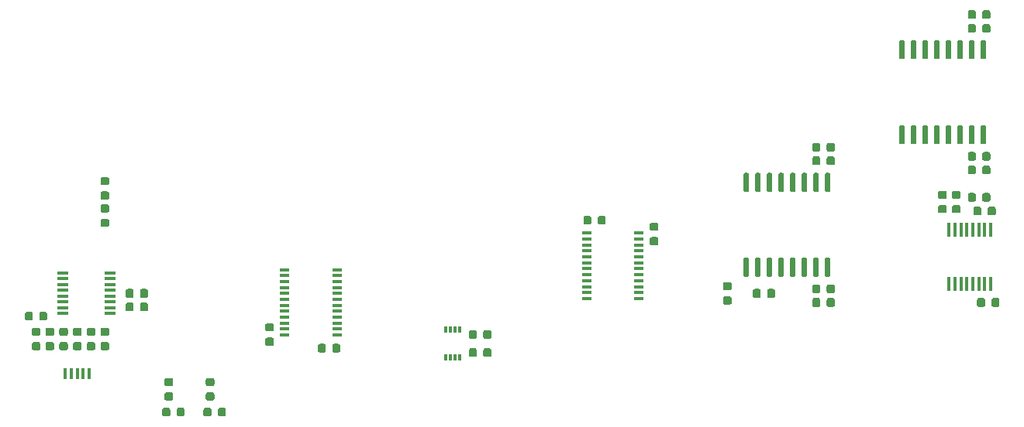
<source format=gbr>
G04 #@! TF.GenerationSoftware,KiCad,Pcbnew,6.0.0-unknown-772dff7~100~ubuntu18.04.1*
G04 #@! TF.CreationDate,2019-07-09T14:46:37+08:00*
G04 #@! TF.ProjectId,backpack,6261636b-7061-4636-9b2e-6b696361645f,rev?*
G04 #@! TF.SameCoordinates,Original*
G04 #@! TF.FileFunction,Paste,Top*
G04 #@! TF.FilePolarity,Positive*
%FSLAX46Y46*%
G04 Gerber Fmt 4.6, Leading zero omitted, Abs format (unit mm)*
G04 Created by KiCad (PCBNEW 6.0.0-unknown-772dff7~100~ubuntu18.04.1) date 2019-07-09 14:46:37*
%MOMM*%
%LPD*%
G04 APERTURE LIST*
%ADD10C,0.100000*%
%ADD11C,0.875000*%
%ADD12R,0.450000X1.300000*%
%ADD13R,1.200000X0.400000*%
%ADD14R,0.300000X0.800000*%
%ADD15R,1.100000X0.400000*%
%ADD16R,0.450000X1.500000*%
%ADD17C,0.600000*%
G04 APERTURE END LIST*
D10*
G36*
X186014962Y-105041651D02*
G01*
X186085930Y-105089070D01*
X186133349Y-105160038D01*
X186150000Y-105243750D01*
X186150000Y-105756250D01*
X186133349Y-105839962D01*
X186085930Y-105910930D01*
X186014962Y-105958349D01*
X185931250Y-105975000D01*
X185493750Y-105975000D01*
X185410038Y-105958349D01*
X185339070Y-105910930D01*
X185291651Y-105839962D01*
X185275000Y-105756250D01*
X185275000Y-105243750D01*
X185291651Y-105160038D01*
X185339070Y-105089070D01*
X185410038Y-105041651D01*
X185493750Y-105025000D01*
X185931250Y-105025000D01*
X186014962Y-105041651D01*
X186014962Y-105041651D01*
G37*
D11*
X185712500Y-105500000D03*
D10*
G36*
X187589962Y-105041651D02*
G01*
X187660930Y-105089070D01*
X187708349Y-105160038D01*
X187725000Y-105243750D01*
X187725000Y-105756250D01*
X187708349Y-105839962D01*
X187660930Y-105910930D01*
X187589962Y-105958349D01*
X187506250Y-105975000D01*
X187068750Y-105975000D01*
X186985038Y-105958349D01*
X186914070Y-105910930D01*
X186866651Y-105839962D01*
X186850000Y-105756250D01*
X186850000Y-105243750D01*
X186866651Y-105160038D01*
X186914070Y-105089070D01*
X186985038Y-105041651D01*
X187068750Y-105025000D01*
X187506250Y-105025000D01*
X187589962Y-105041651D01*
X187589962Y-105041651D01*
G37*
D11*
X187287500Y-105500000D03*
D10*
G36*
X182839962Y-105866651D02*
G01*
X182910930Y-105914070D01*
X182958349Y-105985038D01*
X182975000Y-106068750D01*
X182975000Y-106506250D01*
X182958349Y-106589962D01*
X182910930Y-106660930D01*
X182839962Y-106708349D01*
X182756250Y-106725000D01*
X182243750Y-106725000D01*
X182160038Y-106708349D01*
X182089070Y-106660930D01*
X182041651Y-106589962D01*
X182025000Y-106506250D01*
X182025000Y-106068750D01*
X182041651Y-105985038D01*
X182089070Y-105914070D01*
X182160038Y-105866651D01*
X182243750Y-105850000D01*
X182756250Y-105850000D01*
X182839962Y-105866651D01*
X182839962Y-105866651D01*
G37*
D11*
X182500000Y-106287500D03*
D10*
G36*
X182839962Y-104291651D02*
G01*
X182910930Y-104339070D01*
X182958349Y-104410038D01*
X182975000Y-104493750D01*
X182975000Y-104931250D01*
X182958349Y-105014962D01*
X182910930Y-105085930D01*
X182839962Y-105133349D01*
X182756250Y-105150000D01*
X182243750Y-105150000D01*
X182160038Y-105133349D01*
X182089070Y-105085930D01*
X182041651Y-105014962D01*
X182025000Y-104931250D01*
X182025000Y-104493750D01*
X182041651Y-104410038D01*
X182089070Y-104339070D01*
X182160038Y-104291651D01*
X182243750Y-104275000D01*
X182756250Y-104275000D01*
X182839962Y-104291651D01*
X182839962Y-104291651D01*
G37*
D11*
X182500000Y-104712500D03*
D10*
G36*
X121839962Y-114791651D02*
G01*
X121910930Y-114839070D01*
X121958349Y-114910038D01*
X121975000Y-114993750D01*
X121975000Y-115431250D01*
X121958349Y-115514962D01*
X121910930Y-115585930D01*
X121839962Y-115633349D01*
X121756250Y-115650000D01*
X121243750Y-115650000D01*
X121160038Y-115633349D01*
X121089070Y-115585930D01*
X121041651Y-115514962D01*
X121025000Y-115431250D01*
X121025000Y-114993750D01*
X121041651Y-114910038D01*
X121089070Y-114839070D01*
X121160038Y-114791651D01*
X121243750Y-114775000D01*
X121756250Y-114775000D01*
X121839962Y-114791651D01*
X121839962Y-114791651D01*
G37*
D11*
X121500000Y-115212500D03*
D10*
G36*
X121839962Y-116366651D02*
G01*
X121910930Y-116414070D01*
X121958349Y-116485038D01*
X121975000Y-116568750D01*
X121975000Y-117006250D01*
X121958349Y-117089962D01*
X121910930Y-117160930D01*
X121839962Y-117208349D01*
X121756250Y-117225000D01*
X121243750Y-117225000D01*
X121160038Y-117208349D01*
X121089070Y-117160930D01*
X121041651Y-117089962D01*
X121025000Y-117006250D01*
X121025000Y-116568750D01*
X121041651Y-116485038D01*
X121089070Y-116414070D01*
X121160038Y-116366651D01*
X121243750Y-116350000D01*
X121756250Y-116350000D01*
X121839962Y-116366651D01*
X121839962Y-116366651D01*
G37*
D11*
X121500000Y-116787500D03*
D10*
G36*
X126339962Y-114791651D02*
G01*
X126410930Y-114839070D01*
X126458349Y-114910038D01*
X126475000Y-114993750D01*
X126475000Y-115431250D01*
X126458349Y-115514962D01*
X126410930Y-115585930D01*
X126339962Y-115633349D01*
X126256250Y-115650000D01*
X125743750Y-115650000D01*
X125660038Y-115633349D01*
X125589070Y-115585930D01*
X125541651Y-115514962D01*
X125525000Y-115431250D01*
X125525000Y-114993750D01*
X125541651Y-114910038D01*
X125589070Y-114839070D01*
X125660038Y-114791651D01*
X125743750Y-114775000D01*
X126256250Y-114775000D01*
X126339962Y-114791651D01*
X126339962Y-114791651D01*
G37*
D11*
X126000000Y-115212500D03*
D10*
G36*
X126339962Y-116366651D02*
G01*
X126410930Y-116414070D01*
X126458349Y-116485038D01*
X126475000Y-116568750D01*
X126475000Y-117006250D01*
X126458349Y-117089962D01*
X126410930Y-117160930D01*
X126339962Y-117208349D01*
X126256250Y-117225000D01*
X125743750Y-117225000D01*
X125660038Y-117208349D01*
X125589070Y-117160930D01*
X125541651Y-117089962D01*
X125525000Y-117006250D01*
X125525000Y-116568750D01*
X125541651Y-116485038D01*
X125589070Y-116414070D01*
X125660038Y-116366651D01*
X125743750Y-116350000D01*
X126256250Y-116350000D01*
X126339962Y-116366651D01*
X126339962Y-116366651D01*
G37*
D11*
X126000000Y-116787500D03*
D10*
G36*
X123089962Y-118041651D02*
G01*
X123160930Y-118089070D01*
X123208349Y-118160038D01*
X123225000Y-118243750D01*
X123225000Y-118756250D01*
X123208349Y-118839962D01*
X123160930Y-118910930D01*
X123089962Y-118958349D01*
X123006250Y-118975000D01*
X122568750Y-118975000D01*
X122485038Y-118958349D01*
X122414070Y-118910930D01*
X122366651Y-118839962D01*
X122350000Y-118756250D01*
X122350000Y-118243750D01*
X122366651Y-118160038D01*
X122414070Y-118089070D01*
X122485038Y-118041651D01*
X122568750Y-118025000D01*
X123006250Y-118025000D01*
X123089962Y-118041651D01*
X123089962Y-118041651D01*
G37*
D11*
X122787500Y-118500000D03*
D10*
G36*
X121514962Y-118041651D02*
G01*
X121585930Y-118089070D01*
X121633349Y-118160038D01*
X121650000Y-118243750D01*
X121650000Y-118756250D01*
X121633349Y-118839962D01*
X121585930Y-118910930D01*
X121514962Y-118958349D01*
X121431250Y-118975000D01*
X120993750Y-118975000D01*
X120910038Y-118958349D01*
X120839070Y-118910930D01*
X120791651Y-118839962D01*
X120775000Y-118756250D01*
X120775000Y-118243750D01*
X120791651Y-118160038D01*
X120839070Y-118089070D01*
X120910038Y-118041651D01*
X120993750Y-118025000D01*
X121431250Y-118025000D01*
X121514962Y-118041651D01*
X121514962Y-118041651D01*
G37*
D11*
X121212500Y-118500000D03*
D10*
G36*
X127589962Y-118041651D02*
G01*
X127660930Y-118089070D01*
X127708349Y-118160038D01*
X127725000Y-118243750D01*
X127725000Y-118756250D01*
X127708349Y-118839962D01*
X127660930Y-118910930D01*
X127589962Y-118958349D01*
X127506250Y-118975000D01*
X127068750Y-118975000D01*
X126985038Y-118958349D01*
X126914070Y-118910930D01*
X126866651Y-118839962D01*
X126850000Y-118756250D01*
X126850000Y-118243750D01*
X126866651Y-118160038D01*
X126914070Y-118089070D01*
X126985038Y-118041651D01*
X127068750Y-118025000D01*
X127506250Y-118025000D01*
X127589962Y-118041651D01*
X127589962Y-118041651D01*
G37*
D11*
X127287500Y-118500000D03*
D10*
G36*
X126014962Y-118041651D02*
G01*
X126085930Y-118089070D01*
X126133349Y-118160038D01*
X126150000Y-118243750D01*
X126150000Y-118756250D01*
X126133349Y-118839962D01*
X126085930Y-118910930D01*
X126014962Y-118958349D01*
X125931250Y-118975000D01*
X125493750Y-118975000D01*
X125410038Y-118958349D01*
X125339070Y-118910930D01*
X125291651Y-118839962D01*
X125275000Y-118756250D01*
X125275000Y-118243750D01*
X125291651Y-118160038D01*
X125339070Y-118089070D01*
X125410038Y-118041651D01*
X125493750Y-118025000D01*
X125931250Y-118025000D01*
X126014962Y-118041651D01*
X126014962Y-118041651D01*
G37*
D11*
X125712500Y-118500000D03*
D10*
G36*
X114839962Y-95791651D02*
G01*
X114910930Y-95839070D01*
X114958349Y-95910038D01*
X114975000Y-95993750D01*
X114975000Y-96431250D01*
X114958349Y-96514962D01*
X114910930Y-96585930D01*
X114839962Y-96633349D01*
X114756250Y-96650000D01*
X114243750Y-96650000D01*
X114160038Y-96633349D01*
X114089070Y-96585930D01*
X114041651Y-96514962D01*
X114025000Y-96431250D01*
X114025000Y-95993750D01*
X114041651Y-95910038D01*
X114089070Y-95839070D01*
X114160038Y-95791651D01*
X114243750Y-95775000D01*
X114756250Y-95775000D01*
X114839962Y-95791651D01*
X114839962Y-95791651D01*
G37*
D11*
X114500000Y-96212500D03*
D10*
G36*
X114839962Y-97366651D02*
G01*
X114910930Y-97414070D01*
X114958349Y-97485038D01*
X114975000Y-97568750D01*
X114975000Y-98006250D01*
X114958349Y-98089962D01*
X114910930Y-98160930D01*
X114839962Y-98208349D01*
X114756250Y-98225000D01*
X114243750Y-98225000D01*
X114160038Y-98208349D01*
X114089070Y-98160930D01*
X114041651Y-98089962D01*
X114025000Y-98006250D01*
X114025000Y-97568750D01*
X114041651Y-97485038D01*
X114089070Y-97414070D01*
X114160038Y-97366651D01*
X114243750Y-97350000D01*
X114756250Y-97350000D01*
X114839962Y-97366651D01*
X114839962Y-97366651D01*
G37*
D11*
X114500000Y-97787500D03*
D10*
G36*
X114839962Y-92791651D02*
G01*
X114910930Y-92839070D01*
X114958349Y-92910038D01*
X114975000Y-92993750D01*
X114975000Y-93431250D01*
X114958349Y-93514962D01*
X114910930Y-93585930D01*
X114839962Y-93633349D01*
X114756250Y-93650000D01*
X114243750Y-93650000D01*
X114160038Y-93633349D01*
X114089070Y-93585930D01*
X114041651Y-93514962D01*
X114025000Y-93431250D01*
X114025000Y-92993750D01*
X114041651Y-92910038D01*
X114089070Y-92839070D01*
X114160038Y-92791651D01*
X114243750Y-92775000D01*
X114756250Y-92775000D01*
X114839962Y-92791651D01*
X114839962Y-92791651D01*
G37*
D11*
X114500000Y-93212500D03*
D10*
G36*
X114839962Y-94366651D02*
G01*
X114910930Y-94414070D01*
X114958349Y-94485038D01*
X114975000Y-94568750D01*
X114975000Y-95006250D01*
X114958349Y-95089962D01*
X114910930Y-95160930D01*
X114839962Y-95208349D01*
X114756250Y-95225000D01*
X114243750Y-95225000D01*
X114160038Y-95208349D01*
X114089070Y-95160930D01*
X114041651Y-95089962D01*
X114025000Y-95006250D01*
X114025000Y-94568750D01*
X114041651Y-94485038D01*
X114089070Y-94414070D01*
X114160038Y-94366651D01*
X114243750Y-94350000D01*
X114756250Y-94350000D01*
X114839962Y-94366651D01*
X114839962Y-94366651D01*
G37*
D11*
X114500000Y-94787500D03*
D12*
X112800000Y-114300000D03*
X112150000Y-114300000D03*
X111500000Y-114300000D03*
X110850000Y-114300000D03*
X110200000Y-114300000D03*
D10*
G36*
X111839962Y-110866651D02*
G01*
X111910930Y-110914070D01*
X111958349Y-110985038D01*
X111975000Y-111068750D01*
X111975000Y-111506250D01*
X111958349Y-111589962D01*
X111910930Y-111660930D01*
X111839962Y-111708349D01*
X111756250Y-111725000D01*
X111243750Y-111725000D01*
X111160038Y-111708349D01*
X111089070Y-111660930D01*
X111041651Y-111589962D01*
X111025000Y-111506250D01*
X111025000Y-111068750D01*
X111041651Y-110985038D01*
X111089070Y-110914070D01*
X111160038Y-110866651D01*
X111243750Y-110850000D01*
X111756250Y-110850000D01*
X111839962Y-110866651D01*
X111839962Y-110866651D01*
G37*
D11*
X111500000Y-111287500D03*
D10*
G36*
X111839962Y-109291651D02*
G01*
X111910930Y-109339070D01*
X111958349Y-109410038D01*
X111975000Y-109493750D01*
X111975000Y-109931250D01*
X111958349Y-110014962D01*
X111910930Y-110085930D01*
X111839962Y-110133349D01*
X111756250Y-110150000D01*
X111243750Y-110150000D01*
X111160038Y-110133349D01*
X111089070Y-110085930D01*
X111041651Y-110014962D01*
X111025000Y-109931250D01*
X111025000Y-109493750D01*
X111041651Y-109410038D01*
X111089070Y-109339070D01*
X111160038Y-109291651D01*
X111243750Y-109275000D01*
X111756250Y-109275000D01*
X111839962Y-109291651D01*
X111839962Y-109291651D01*
G37*
D11*
X111500000Y-109712500D03*
D10*
G36*
X113339962Y-110866651D02*
G01*
X113410930Y-110914070D01*
X113458349Y-110985038D01*
X113475000Y-111068750D01*
X113475000Y-111506250D01*
X113458349Y-111589962D01*
X113410930Y-111660930D01*
X113339962Y-111708349D01*
X113256250Y-111725000D01*
X112743750Y-111725000D01*
X112660038Y-111708349D01*
X112589070Y-111660930D01*
X112541651Y-111589962D01*
X112525000Y-111506250D01*
X112525000Y-111068750D01*
X112541651Y-110985038D01*
X112589070Y-110914070D01*
X112660038Y-110866651D01*
X112743750Y-110850000D01*
X113256250Y-110850000D01*
X113339962Y-110866651D01*
X113339962Y-110866651D01*
G37*
D11*
X113000000Y-111287500D03*
D10*
G36*
X113339962Y-109291651D02*
G01*
X113410930Y-109339070D01*
X113458349Y-109410038D01*
X113475000Y-109493750D01*
X113475000Y-109931250D01*
X113458349Y-110014962D01*
X113410930Y-110085930D01*
X113339962Y-110133349D01*
X113256250Y-110150000D01*
X112743750Y-110150000D01*
X112660038Y-110133349D01*
X112589070Y-110085930D01*
X112541651Y-110014962D01*
X112525000Y-109931250D01*
X112525000Y-109493750D01*
X112541651Y-109410038D01*
X112589070Y-109339070D01*
X112660038Y-109291651D01*
X112743750Y-109275000D01*
X113256250Y-109275000D01*
X113339962Y-109291651D01*
X113339962Y-109291651D01*
G37*
D11*
X113000000Y-109712500D03*
D13*
X115100000Y-103277500D03*
X115100000Y-103912500D03*
X115100000Y-104547500D03*
X115100000Y-105182500D03*
X115100000Y-105817500D03*
X115100000Y-106452500D03*
X115100000Y-107087500D03*
X115100000Y-107722500D03*
X109900000Y-107722500D03*
X109900000Y-107087500D03*
X109900000Y-106452500D03*
X109900000Y-105817500D03*
X109900000Y-105182500D03*
X109900000Y-104547500D03*
X109900000Y-103912500D03*
X109900000Y-103277500D03*
D10*
G36*
X108839962Y-110866651D02*
G01*
X108910930Y-110914070D01*
X108958349Y-110985038D01*
X108975000Y-111068750D01*
X108975000Y-111506250D01*
X108958349Y-111589962D01*
X108910930Y-111660930D01*
X108839962Y-111708349D01*
X108756250Y-111725000D01*
X108243750Y-111725000D01*
X108160038Y-111708349D01*
X108089070Y-111660930D01*
X108041651Y-111589962D01*
X108025000Y-111506250D01*
X108025000Y-111068750D01*
X108041651Y-110985038D01*
X108089070Y-110914070D01*
X108160038Y-110866651D01*
X108243750Y-110850000D01*
X108756250Y-110850000D01*
X108839962Y-110866651D01*
X108839962Y-110866651D01*
G37*
D11*
X108500000Y-111287500D03*
D10*
G36*
X108839962Y-109291651D02*
G01*
X108910930Y-109339070D01*
X108958349Y-109410038D01*
X108975000Y-109493750D01*
X108975000Y-109931250D01*
X108958349Y-110014962D01*
X108910930Y-110085930D01*
X108839962Y-110133349D01*
X108756250Y-110150000D01*
X108243750Y-110150000D01*
X108160038Y-110133349D01*
X108089070Y-110085930D01*
X108041651Y-110014962D01*
X108025000Y-109931250D01*
X108025000Y-109493750D01*
X108041651Y-109410038D01*
X108089070Y-109339070D01*
X108160038Y-109291651D01*
X108243750Y-109275000D01*
X108756250Y-109275000D01*
X108839962Y-109291651D01*
X108839962Y-109291651D01*
G37*
D11*
X108500000Y-109712500D03*
D10*
G36*
X119089962Y-106541651D02*
G01*
X119160930Y-106589070D01*
X119208349Y-106660038D01*
X119225000Y-106743750D01*
X119225000Y-107256250D01*
X119208349Y-107339962D01*
X119160930Y-107410930D01*
X119089962Y-107458349D01*
X119006250Y-107475000D01*
X118568750Y-107475000D01*
X118485038Y-107458349D01*
X118414070Y-107410930D01*
X118366651Y-107339962D01*
X118350000Y-107256250D01*
X118350000Y-106743750D01*
X118366651Y-106660038D01*
X118414070Y-106589070D01*
X118485038Y-106541651D01*
X118568750Y-106525000D01*
X119006250Y-106525000D01*
X119089962Y-106541651D01*
X119089962Y-106541651D01*
G37*
D11*
X118787500Y-107000000D03*
D10*
G36*
X117514962Y-106541651D02*
G01*
X117585930Y-106589070D01*
X117633349Y-106660038D01*
X117650000Y-106743750D01*
X117650000Y-107256250D01*
X117633349Y-107339962D01*
X117585930Y-107410930D01*
X117514962Y-107458349D01*
X117431250Y-107475000D01*
X116993750Y-107475000D01*
X116910038Y-107458349D01*
X116839070Y-107410930D01*
X116791651Y-107339962D01*
X116775000Y-107256250D01*
X116775000Y-106743750D01*
X116791651Y-106660038D01*
X116839070Y-106589070D01*
X116910038Y-106541651D01*
X116993750Y-106525000D01*
X117431250Y-106525000D01*
X117514962Y-106541651D01*
X117514962Y-106541651D01*
G37*
D11*
X117212500Y-107000000D03*
D10*
G36*
X119089962Y-105041651D02*
G01*
X119160930Y-105089070D01*
X119208349Y-105160038D01*
X119225000Y-105243750D01*
X119225000Y-105756250D01*
X119208349Y-105839962D01*
X119160930Y-105910930D01*
X119089962Y-105958349D01*
X119006250Y-105975000D01*
X118568750Y-105975000D01*
X118485038Y-105958349D01*
X118414070Y-105910930D01*
X118366651Y-105839962D01*
X118350000Y-105756250D01*
X118350000Y-105243750D01*
X118366651Y-105160038D01*
X118414070Y-105089070D01*
X118485038Y-105041651D01*
X118568750Y-105025000D01*
X119006250Y-105025000D01*
X119089962Y-105041651D01*
X119089962Y-105041651D01*
G37*
D11*
X118787500Y-105500000D03*
D10*
G36*
X117514962Y-105041651D02*
G01*
X117585930Y-105089070D01*
X117633349Y-105160038D01*
X117650000Y-105243750D01*
X117650000Y-105756250D01*
X117633349Y-105839962D01*
X117585930Y-105910930D01*
X117514962Y-105958349D01*
X117431250Y-105975000D01*
X116993750Y-105975000D01*
X116910038Y-105958349D01*
X116839070Y-105910930D01*
X116791651Y-105839962D01*
X116775000Y-105756250D01*
X116775000Y-105243750D01*
X116791651Y-105160038D01*
X116839070Y-105089070D01*
X116910038Y-105041651D01*
X116993750Y-105025000D01*
X117431250Y-105025000D01*
X117514962Y-105041651D01*
X117514962Y-105041651D01*
G37*
D11*
X117212500Y-105500000D03*
D10*
G36*
X106514962Y-107541651D02*
G01*
X106585930Y-107589070D01*
X106633349Y-107660038D01*
X106650000Y-107743750D01*
X106650000Y-108256250D01*
X106633349Y-108339962D01*
X106585930Y-108410930D01*
X106514962Y-108458349D01*
X106431250Y-108475000D01*
X105993750Y-108475000D01*
X105910038Y-108458349D01*
X105839070Y-108410930D01*
X105791651Y-108339962D01*
X105775000Y-108256250D01*
X105775000Y-107743750D01*
X105791651Y-107660038D01*
X105839070Y-107589070D01*
X105910038Y-107541651D01*
X105993750Y-107525000D01*
X106431250Y-107525000D01*
X106514962Y-107541651D01*
X106514962Y-107541651D01*
G37*
D11*
X106212500Y-108000000D03*
D10*
G36*
X108089962Y-107541651D02*
G01*
X108160930Y-107589070D01*
X108208349Y-107660038D01*
X108225000Y-107743750D01*
X108225000Y-108256250D01*
X108208349Y-108339962D01*
X108160930Y-108410930D01*
X108089962Y-108458349D01*
X108006250Y-108475000D01*
X107568750Y-108475000D01*
X107485038Y-108458349D01*
X107414070Y-108410930D01*
X107366651Y-108339962D01*
X107350000Y-108256250D01*
X107350000Y-107743750D01*
X107366651Y-107660038D01*
X107414070Y-107589070D01*
X107485038Y-107541651D01*
X107568750Y-107525000D01*
X108006250Y-107525000D01*
X108089962Y-107541651D01*
X108089962Y-107541651D01*
G37*
D11*
X107787500Y-108000000D03*
D10*
G36*
X110339962Y-109291651D02*
G01*
X110410930Y-109339070D01*
X110458349Y-109410038D01*
X110475000Y-109493750D01*
X110475000Y-109931250D01*
X110458349Y-110014962D01*
X110410930Y-110085930D01*
X110339962Y-110133349D01*
X110256250Y-110150000D01*
X109743750Y-110150000D01*
X109660038Y-110133349D01*
X109589070Y-110085930D01*
X109541651Y-110014962D01*
X109525000Y-109931250D01*
X109525000Y-109493750D01*
X109541651Y-109410038D01*
X109589070Y-109339070D01*
X109660038Y-109291651D01*
X109743750Y-109275000D01*
X110256250Y-109275000D01*
X110339962Y-109291651D01*
X110339962Y-109291651D01*
G37*
D11*
X110000000Y-109712500D03*
D10*
G36*
X110339962Y-110866651D02*
G01*
X110410930Y-110914070D01*
X110458349Y-110985038D01*
X110475000Y-111068750D01*
X110475000Y-111506250D01*
X110458349Y-111589962D01*
X110410930Y-111660930D01*
X110339962Y-111708349D01*
X110256250Y-111725000D01*
X109743750Y-111725000D01*
X109660038Y-111708349D01*
X109589070Y-111660930D01*
X109541651Y-111589962D01*
X109525000Y-111506250D01*
X109525000Y-111068750D01*
X109541651Y-110985038D01*
X109589070Y-110914070D01*
X109660038Y-110866651D01*
X109743750Y-110850000D01*
X110256250Y-110850000D01*
X110339962Y-110866651D01*
X110339962Y-110866651D01*
G37*
D11*
X110000000Y-111287500D03*
D10*
G36*
X107339962Y-109291651D02*
G01*
X107410930Y-109339070D01*
X107458349Y-109410038D01*
X107475000Y-109493750D01*
X107475000Y-109931250D01*
X107458349Y-110014962D01*
X107410930Y-110085930D01*
X107339962Y-110133349D01*
X107256250Y-110150000D01*
X106743750Y-110150000D01*
X106660038Y-110133349D01*
X106589070Y-110085930D01*
X106541651Y-110014962D01*
X106525000Y-109931250D01*
X106525000Y-109493750D01*
X106541651Y-109410038D01*
X106589070Y-109339070D01*
X106660038Y-109291651D01*
X106743750Y-109275000D01*
X107256250Y-109275000D01*
X107339962Y-109291651D01*
X107339962Y-109291651D01*
G37*
D11*
X107000000Y-109712500D03*
D10*
G36*
X107339962Y-110866651D02*
G01*
X107410930Y-110914070D01*
X107458349Y-110985038D01*
X107475000Y-111068750D01*
X107475000Y-111506250D01*
X107458349Y-111589962D01*
X107410930Y-111660930D01*
X107339962Y-111708349D01*
X107256250Y-111725000D01*
X106743750Y-111725000D01*
X106660038Y-111708349D01*
X106589070Y-111660930D01*
X106541651Y-111589962D01*
X106525000Y-111506250D01*
X106525000Y-111068750D01*
X106541651Y-110985038D01*
X106589070Y-110914070D01*
X106660038Y-110866651D01*
X106743750Y-110850000D01*
X107256250Y-110850000D01*
X107339962Y-110866651D01*
X107339962Y-110866651D01*
G37*
D11*
X107000000Y-111287500D03*
D10*
G36*
X114839962Y-109291651D02*
G01*
X114910930Y-109339070D01*
X114958349Y-109410038D01*
X114975000Y-109493750D01*
X114975000Y-109931250D01*
X114958349Y-110014962D01*
X114910930Y-110085930D01*
X114839962Y-110133349D01*
X114756250Y-110150000D01*
X114243750Y-110150000D01*
X114160038Y-110133349D01*
X114089070Y-110085930D01*
X114041651Y-110014962D01*
X114025000Y-109931250D01*
X114025000Y-109493750D01*
X114041651Y-109410038D01*
X114089070Y-109339070D01*
X114160038Y-109291651D01*
X114243750Y-109275000D01*
X114756250Y-109275000D01*
X114839962Y-109291651D01*
X114839962Y-109291651D01*
G37*
D11*
X114500000Y-109712500D03*
D10*
G36*
X114839962Y-110866651D02*
G01*
X114910930Y-110914070D01*
X114958349Y-110985038D01*
X114975000Y-111068750D01*
X114975000Y-111506250D01*
X114958349Y-111589962D01*
X114910930Y-111660930D01*
X114839962Y-111708349D01*
X114756250Y-111725000D01*
X114243750Y-111725000D01*
X114160038Y-111708349D01*
X114089070Y-111660930D01*
X114041651Y-111589962D01*
X114025000Y-111506250D01*
X114025000Y-111068750D01*
X114041651Y-110985038D01*
X114089070Y-110914070D01*
X114160038Y-110866651D01*
X114243750Y-110850000D01*
X114756250Y-110850000D01*
X114839962Y-110866651D01*
X114839962Y-110866651D01*
G37*
D11*
X114500000Y-111287500D03*
D14*
X153230000Y-112550000D03*
X152730000Y-112550000D03*
X152230000Y-112550000D03*
X151730000Y-112550000D03*
X151730000Y-109450000D03*
X152230000Y-109450000D03*
X152730000Y-109450000D03*
X153230000Y-109450000D03*
D10*
G36*
X156589962Y-111541651D02*
G01*
X156660930Y-111589070D01*
X156708349Y-111660038D01*
X156725000Y-111743750D01*
X156725000Y-112256250D01*
X156708349Y-112339962D01*
X156660930Y-112410930D01*
X156589962Y-112458349D01*
X156506250Y-112475000D01*
X156068750Y-112475000D01*
X155985038Y-112458349D01*
X155914070Y-112410930D01*
X155866651Y-112339962D01*
X155850000Y-112256250D01*
X155850000Y-111743750D01*
X155866651Y-111660038D01*
X155914070Y-111589070D01*
X155985038Y-111541651D01*
X156068750Y-111525000D01*
X156506250Y-111525000D01*
X156589962Y-111541651D01*
X156589962Y-111541651D01*
G37*
D11*
X156287500Y-112000000D03*
D10*
G36*
X155014962Y-111541651D02*
G01*
X155085930Y-111589070D01*
X155133349Y-111660038D01*
X155150000Y-111743750D01*
X155150000Y-112256250D01*
X155133349Y-112339962D01*
X155085930Y-112410930D01*
X155014962Y-112458349D01*
X154931250Y-112475000D01*
X154493750Y-112475000D01*
X154410038Y-112458349D01*
X154339070Y-112410930D01*
X154291651Y-112339962D01*
X154275000Y-112256250D01*
X154275000Y-111743750D01*
X154291651Y-111660038D01*
X154339070Y-111589070D01*
X154410038Y-111541651D01*
X154493750Y-111525000D01*
X154931250Y-111525000D01*
X155014962Y-111541651D01*
X155014962Y-111541651D01*
G37*
D11*
X154712500Y-112000000D03*
D10*
G36*
X156589962Y-109541651D02*
G01*
X156660930Y-109589070D01*
X156708349Y-109660038D01*
X156725000Y-109743750D01*
X156725000Y-110256250D01*
X156708349Y-110339962D01*
X156660930Y-110410930D01*
X156589962Y-110458349D01*
X156506250Y-110475000D01*
X156068750Y-110475000D01*
X155985038Y-110458349D01*
X155914070Y-110410930D01*
X155866651Y-110339962D01*
X155850000Y-110256250D01*
X155850000Y-109743750D01*
X155866651Y-109660038D01*
X155914070Y-109589070D01*
X155985038Y-109541651D01*
X156068750Y-109525000D01*
X156506250Y-109525000D01*
X156589962Y-109541651D01*
X156589962Y-109541651D01*
G37*
D11*
X156287500Y-110000000D03*
D10*
G36*
X155014962Y-109541651D02*
G01*
X155085930Y-109589070D01*
X155133349Y-109660038D01*
X155150000Y-109743750D01*
X155150000Y-110256250D01*
X155133349Y-110339962D01*
X155085930Y-110410930D01*
X155014962Y-110458349D01*
X154931250Y-110475000D01*
X154493750Y-110475000D01*
X154410038Y-110458349D01*
X154339070Y-110410930D01*
X154291651Y-110339962D01*
X154275000Y-110256250D01*
X154275000Y-109743750D01*
X154291651Y-109660038D01*
X154339070Y-109589070D01*
X154410038Y-109541651D01*
X154493750Y-109525000D01*
X154931250Y-109525000D01*
X155014962Y-109541651D01*
X155014962Y-109541651D01*
G37*
D11*
X154712500Y-110000000D03*
D15*
X134150000Y-110075000D03*
X134150000Y-109425000D03*
X134150000Y-108775000D03*
X134150000Y-108125000D03*
X134150000Y-107475000D03*
X134150000Y-106825000D03*
X134150000Y-106175000D03*
X134150000Y-105525000D03*
X134150000Y-104875000D03*
X134150000Y-104225000D03*
X134150000Y-103575000D03*
X134150000Y-102925000D03*
X139850000Y-102925000D03*
X139850000Y-103575000D03*
X139850000Y-104225000D03*
X139850000Y-104875000D03*
X139850000Y-105525000D03*
X139850000Y-106175000D03*
X139850000Y-106825000D03*
X139850000Y-107475000D03*
X139850000Y-108125000D03*
X139850000Y-108775000D03*
X139850000Y-109425000D03*
X139850000Y-110075000D03*
X172850000Y-98925000D03*
X172850000Y-99575000D03*
X172850000Y-100225000D03*
X172850000Y-100875000D03*
X172850000Y-101525000D03*
X172850000Y-102175000D03*
X172850000Y-102825000D03*
X172850000Y-103475000D03*
X172850000Y-104125000D03*
X172850000Y-104775000D03*
X172850000Y-105425000D03*
X172850000Y-106075000D03*
X167150000Y-106075000D03*
X167150000Y-105425000D03*
X167150000Y-104775000D03*
X167150000Y-104125000D03*
X167150000Y-103475000D03*
X167150000Y-102825000D03*
X167150000Y-102175000D03*
X167150000Y-101525000D03*
X167150000Y-100875000D03*
X167150000Y-100225000D03*
X167150000Y-99575000D03*
X167150000Y-98925000D03*
D10*
G36*
X132839962Y-108791651D02*
G01*
X132910930Y-108839070D01*
X132958349Y-108910038D01*
X132975000Y-108993750D01*
X132975000Y-109431250D01*
X132958349Y-109514962D01*
X132910930Y-109585930D01*
X132839962Y-109633349D01*
X132756250Y-109650000D01*
X132243750Y-109650000D01*
X132160038Y-109633349D01*
X132089070Y-109585930D01*
X132041651Y-109514962D01*
X132025000Y-109431250D01*
X132025000Y-108993750D01*
X132041651Y-108910038D01*
X132089070Y-108839070D01*
X132160038Y-108791651D01*
X132243750Y-108775000D01*
X132756250Y-108775000D01*
X132839962Y-108791651D01*
X132839962Y-108791651D01*
G37*
D11*
X132500000Y-109212500D03*
D10*
G36*
X132839962Y-110366651D02*
G01*
X132910930Y-110414070D01*
X132958349Y-110485038D01*
X132975000Y-110568750D01*
X132975000Y-111006250D01*
X132958349Y-111089962D01*
X132910930Y-111160930D01*
X132839962Y-111208349D01*
X132756250Y-111225000D01*
X132243750Y-111225000D01*
X132160038Y-111208349D01*
X132089070Y-111160930D01*
X132041651Y-111089962D01*
X132025000Y-111006250D01*
X132025000Y-110568750D01*
X132041651Y-110485038D01*
X132089070Y-110414070D01*
X132160038Y-110366651D01*
X132243750Y-110350000D01*
X132756250Y-110350000D01*
X132839962Y-110366651D01*
X132839962Y-110366651D01*
G37*
D11*
X132500000Y-110787500D03*
D10*
G36*
X174839962Y-99366651D02*
G01*
X174910930Y-99414070D01*
X174958349Y-99485038D01*
X174975000Y-99568750D01*
X174975000Y-100006250D01*
X174958349Y-100089962D01*
X174910930Y-100160930D01*
X174839962Y-100208349D01*
X174756250Y-100225000D01*
X174243750Y-100225000D01*
X174160038Y-100208349D01*
X174089070Y-100160930D01*
X174041651Y-100089962D01*
X174025000Y-100006250D01*
X174025000Y-99568750D01*
X174041651Y-99485038D01*
X174089070Y-99414070D01*
X174160038Y-99366651D01*
X174243750Y-99350000D01*
X174756250Y-99350000D01*
X174839962Y-99366651D01*
X174839962Y-99366651D01*
G37*
D11*
X174500000Y-99787500D03*
D10*
G36*
X174839962Y-97791651D02*
G01*
X174910930Y-97839070D01*
X174958349Y-97910038D01*
X174975000Y-97993750D01*
X174975000Y-98431250D01*
X174958349Y-98514962D01*
X174910930Y-98585930D01*
X174839962Y-98633349D01*
X174756250Y-98650000D01*
X174243750Y-98650000D01*
X174160038Y-98633349D01*
X174089070Y-98585930D01*
X174041651Y-98514962D01*
X174025000Y-98431250D01*
X174025000Y-97993750D01*
X174041651Y-97910038D01*
X174089070Y-97839070D01*
X174160038Y-97791651D01*
X174243750Y-97775000D01*
X174756250Y-97775000D01*
X174839962Y-97791651D01*
X174839962Y-97791651D01*
G37*
D11*
X174500000Y-98212500D03*
D10*
G36*
X138514962Y-111041651D02*
G01*
X138585930Y-111089070D01*
X138633349Y-111160038D01*
X138650000Y-111243750D01*
X138650000Y-111756250D01*
X138633349Y-111839962D01*
X138585930Y-111910930D01*
X138514962Y-111958349D01*
X138431250Y-111975000D01*
X137993750Y-111975000D01*
X137910038Y-111958349D01*
X137839070Y-111910930D01*
X137791651Y-111839962D01*
X137775000Y-111756250D01*
X137775000Y-111243750D01*
X137791651Y-111160038D01*
X137839070Y-111089070D01*
X137910038Y-111041651D01*
X137993750Y-111025000D01*
X138431250Y-111025000D01*
X138514962Y-111041651D01*
X138514962Y-111041651D01*
G37*
D11*
X138212500Y-111500000D03*
D10*
G36*
X140089962Y-111041651D02*
G01*
X140160930Y-111089070D01*
X140208349Y-111160038D01*
X140225000Y-111243750D01*
X140225000Y-111756250D01*
X140208349Y-111839962D01*
X140160930Y-111910930D01*
X140089962Y-111958349D01*
X140006250Y-111975000D01*
X139568750Y-111975000D01*
X139485038Y-111958349D01*
X139414070Y-111910930D01*
X139366651Y-111839962D01*
X139350000Y-111756250D01*
X139350000Y-111243750D01*
X139366651Y-111160038D01*
X139414070Y-111089070D01*
X139485038Y-111041651D01*
X139568750Y-111025000D01*
X140006250Y-111025000D01*
X140089962Y-111041651D01*
X140089962Y-111041651D01*
G37*
D11*
X139787500Y-111500000D03*
D10*
G36*
X169089962Y-97041651D02*
G01*
X169160930Y-97089070D01*
X169208349Y-97160038D01*
X169225000Y-97243750D01*
X169225000Y-97756250D01*
X169208349Y-97839962D01*
X169160930Y-97910930D01*
X169089962Y-97958349D01*
X169006250Y-97975000D01*
X168568750Y-97975000D01*
X168485038Y-97958349D01*
X168414070Y-97910930D01*
X168366651Y-97839962D01*
X168350000Y-97756250D01*
X168350000Y-97243750D01*
X168366651Y-97160038D01*
X168414070Y-97089070D01*
X168485038Y-97041651D01*
X168568750Y-97025000D01*
X169006250Y-97025000D01*
X169089962Y-97041651D01*
X169089962Y-97041651D01*
G37*
D11*
X168787500Y-97500000D03*
D10*
G36*
X167514962Y-97041651D02*
G01*
X167585930Y-97089070D01*
X167633349Y-97160038D01*
X167650000Y-97243750D01*
X167650000Y-97756250D01*
X167633349Y-97839962D01*
X167585930Y-97910930D01*
X167514962Y-97958349D01*
X167431250Y-97975000D01*
X166993750Y-97975000D01*
X166910038Y-97958349D01*
X166839070Y-97910930D01*
X166791651Y-97839962D01*
X166775000Y-97756250D01*
X166775000Y-97243750D01*
X166791651Y-97160038D01*
X166839070Y-97089070D01*
X166910038Y-97041651D01*
X166993750Y-97025000D01*
X167431250Y-97025000D01*
X167514962Y-97041651D01*
X167514962Y-97041651D01*
G37*
D11*
X167212500Y-97500000D03*
D16*
X211275000Y-104450000D03*
X210625000Y-104450000D03*
X209975000Y-104450000D03*
X209325000Y-104450000D03*
X208675000Y-104450000D03*
X208025000Y-104450000D03*
X207375000Y-104450000D03*
X206725000Y-104450000D03*
X206725000Y-98550000D03*
X207375000Y-98550000D03*
X208025000Y-98550000D03*
X208675000Y-98550000D03*
X209325000Y-98550000D03*
X209975000Y-98550000D03*
X210625000Y-98550000D03*
X211275000Y-98550000D03*
D10*
G36*
X206339962Y-95866651D02*
G01*
X206410930Y-95914070D01*
X206458349Y-95985038D01*
X206475000Y-96068750D01*
X206475000Y-96506250D01*
X206458349Y-96589962D01*
X206410930Y-96660930D01*
X206339962Y-96708349D01*
X206256250Y-96725000D01*
X205743750Y-96725000D01*
X205660038Y-96708349D01*
X205589070Y-96660930D01*
X205541651Y-96589962D01*
X205525000Y-96506250D01*
X205525000Y-96068750D01*
X205541651Y-95985038D01*
X205589070Y-95914070D01*
X205660038Y-95866651D01*
X205743750Y-95850000D01*
X206256250Y-95850000D01*
X206339962Y-95866651D01*
X206339962Y-95866651D01*
G37*
D11*
X206000000Y-96287500D03*
D10*
G36*
X206339962Y-94291651D02*
G01*
X206410930Y-94339070D01*
X206458349Y-94410038D01*
X206475000Y-94493750D01*
X206475000Y-94931250D01*
X206458349Y-95014962D01*
X206410930Y-95085930D01*
X206339962Y-95133349D01*
X206256250Y-95150000D01*
X205743750Y-95150000D01*
X205660038Y-95133349D01*
X205589070Y-95085930D01*
X205541651Y-95014962D01*
X205525000Y-94931250D01*
X205525000Y-94493750D01*
X205541651Y-94410038D01*
X205589070Y-94339070D01*
X205660038Y-94291651D01*
X205743750Y-94275000D01*
X206256250Y-94275000D01*
X206339962Y-94291651D01*
X206339962Y-94291651D01*
G37*
D11*
X206000000Y-94712500D03*
D10*
G36*
X210114962Y-96041651D02*
G01*
X210185930Y-96089070D01*
X210233349Y-96160038D01*
X210250000Y-96243750D01*
X210250000Y-96756250D01*
X210233349Y-96839962D01*
X210185930Y-96910930D01*
X210114962Y-96958349D01*
X210031250Y-96975000D01*
X209593750Y-96975000D01*
X209510038Y-96958349D01*
X209439070Y-96910930D01*
X209391651Y-96839962D01*
X209375000Y-96756250D01*
X209375000Y-96243750D01*
X209391651Y-96160038D01*
X209439070Y-96089070D01*
X209510038Y-96041651D01*
X209593750Y-96025000D01*
X210031250Y-96025000D01*
X210114962Y-96041651D01*
X210114962Y-96041651D01*
G37*
D11*
X209812500Y-96500000D03*
D10*
G36*
X211689962Y-96041651D02*
G01*
X211760930Y-96089070D01*
X211808349Y-96160038D01*
X211825000Y-96243750D01*
X211825000Y-96756250D01*
X211808349Y-96839962D01*
X211760930Y-96910930D01*
X211689962Y-96958349D01*
X211606250Y-96975000D01*
X211168750Y-96975000D01*
X211085038Y-96958349D01*
X211014070Y-96910930D01*
X210966651Y-96839962D01*
X210950000Y-96756250D01*
X210950000Y-96243750D01*
X210966651Y-96160038D01*
X211014070Y-96089070D01*
X211085038Y-96041651D01*
X211168750Y-96025000D01*
X211606250Y-96025000D01*
X211689962Y-96041651D01*
X211689962Y-96041651D01*
G37*
D11*
X211387500Y-96500000D03*
D10*
G36*
X210514962Y-106041651D02*
G01*
X210585930Y-106089070D01*
X210633349Y-106160038D01*
X210650000Y-106243750D01*
X210650000Y-106756250D01*
X210633349Y-106839962D01*
X210585930Y-106910930D01*
X210514962Y-106958349D01*
X210431250Y-106975000D01*
X209993750Y-106975000D01*
X209910038Y-106958349D01*
X209839070Y-106910930D01*
X209791651Y-106839962D01*
X209775000Y-106756250D01*
X209775000Y-106243750D01*
X209791651Y-106160038D01*
X209839070Y-106089070D01*
X209910038Y-106041651D01*
X209993750Y-106025000D01*
X210431250Y-106025000D01*
X210514962Y-106041651D01*
X210514962Y-106041651D01*
G37*
D11*
X210212500Y-106500000D03*
D10*
G36*
X212089962Y-106041651D02*
G01*
X212160930Y-106089070D01*
X212208349Y-106160038D01*
X212225000Y-106243750D01*
X212225000Y-106756250D01*
X212208349Y-106839962D01*
X212160930Y-106910930D01*
X212089962Y-106958349D01*
X212006250Y-106975000D01*
X211568750Y-106975000D01*
X211485038Y-106958349D01*
X211414070Y-106910930D01*
X211366651Y-106839962D01*
X211350000Y-106756250D01*
X211350000Y-106243750D01*
X211366651Y-106160038D01*
X211414070Y-106089070D01*
X211485038Y-106041651D01*
X211568750Y-106025000D01*
X212006250Y-106025000D01*
X212089962Y-106041651D01*
X212089962Y-106041651D01*
G37*
D11*
X211787500Y-106500000D03*
D10*
G36*
X207839962Y-95866651D02*
G01*
X207910930Y-95914070D01*
X207958349Y-95985038D01*
X207975000Y-96068750D01*
X207975000Y-96506250D01*
X207958349Y-96589962D01*
X207910930Y-96660930D01*
X207839962Y-96708349D01*
X207756250Y-96725000D01*
X207243750Y-96725000D01*
X207160038Y-96708349D01*
X207089070Y-96660930D01*
X207041651Y-96589962D01*
X207025000Y-96506250D01*
X207025000Y-96068750D01*
X207041651Y-95985038D01*
X207089070Y-95914070D01*
X207160038Y-95866651D01*
X207243750Y-95850000D01*
X207756250Y-95850000D01*
X207839962Y-95866651D01*
X207839962Y-95866651D01*
G37*
D11*
X207500000Y-96287500D03*
D10*
G36*
X207839962Y-94291651D02*
G01*
X207910930Y-94339070D01*
X207958349Y-94410038D01*
X207975000Y-94493750D01*
X207975000Y-94931250D01*
X207958349Y-95014962D01*
X207910930Y-95085930D01*
X207839962Y-95133349D01*
X207756250Y-95150000D01*
X207243750Y-95150000D01*
X207160038Y-95133349D01*
X207089070Y-95085930D01*
X207041651Y-95014962D01*
X207025000Y-94931250D01*
X207025000Y-94493750D01*
X207041651Y-94410038D01*
X207089070Y-94339070D01*
X207160038Y-94291651D01*
X207243750Y-94275000D01*
X207756250Y-94275000D01*
X207839962Y-94291651D01*
X207839962Y-94291651D01*
G37*
D11*
X207500000Y-94712500D03*
D10*
G36*
X209514962Y-94541651D02*
G01*
X209585930Y-94589070D01*
X209633349Y-94660038D01*
X209650000Y-94743750D01*
X209650000Y-95256250D01*
X209633349Y-95339962D01*
X209585930Y-95410930D01*
X209514962Y-95458349D01*
X209431250Y-95475000D01*
X208993750Y-95475000D01*
X208910038Y-95458349D01*
X208839070Y-95410930D01*
X208791651Y-95339962D01*
X208775000Y-95256250D01*
X208775000Y-94743750D01*
X208791651Y-94660038D01*
X208839070Y-94589070D01*
X208910038Y-94541651D01*
X208993750Y-94525000D01*
X209431250Y-94525000D01*
X209514962Y-94541651D01*
X209514962Y-94541651D01*
G37*
D11*
X209212500Y-95000000D03*
D10*
G36*
X211089962Y-94541651D02*
G01*
X211160930Y-94589070D01*
X211208349Y-94660038D01*
X211225000Y-94743750D01*
X211225000Y-95256250D01*
X211208349Y-95339962D01*
X211160930Y-95410930D01*
X211089962Y-95458349D01*
X211006250Y-95475000D01*
X210568750Y-95475000D01*
X210485038Y-95458349D01*
X210414070Y-95410930D01*
X210366651Y-95339962D01*
X210350000Y-95256250D01*
X210350000Y-94743750D01*
X210366651Y-94660038D01*
X210414070Y-94589070D01*
X210485038Y-94541651D01*
X210568750Y-94525000D01*
X211006250Y-94525000D01*
X211089962Y-94541651D01*
X211089962Y-94541651D01*
G37*
D11*
X210787500Y-95000000D03*
D10*
G36*
X210652403Y-87136418D02*
G01*
X210701066Y-87168934D01*
X210733582Y-87217597D01*
X210745000Y-87275000D01*
X210745000Y-89025000D01*
X210733582Y-89082403D01*
X210701066Y-89131066D01*
X210652403Y-89163582D01*
X210595000Y-89175000D01*
X210295000Y-89175000D01*
X210237597Y-89163582D01*
X210188934Y-89131066D01*
X210156418Y-89082403D01*
X210145000Y-89025000D01*
X210145000Y-87275000D01*
X210156418Y-87217597D01*
X210188934Y-87168934D01*
X210237597Y-87136418D01*
X210295000Y-87125000D01*
X210595000Y-87125000D01*
X210652403Y-87136418D01*
X210652403Y-87136418D01*
G37*
D17*
X210445000Y-88150000D03*
D10*
G36*
X209382403Y-87136418D02*
G01*
X209431066Y-87168934D01*
X209463582Y-87217597D01*
X209475000Y-87275000D01*
X209475000Y-89025000D01*
X209463582Y-89082403D01*
X209431066Y-89131066D01*
X209382403Y-89163582D01*
X209325000Y-89175000D01*
X209025000Y-89175000D01*
X208967597Y-89163582D01*
X208918934Y-89131066D01*
X208886418Y-89082403D01*
X208875000Y-89025000D01*
X208875000Y-87275000D01*
X208886418Y-87217597D01*
X208918934Y-87168934D01*
X208967597Y-87136418D01*
X209025000Y-87125000D01*
X209325000Y-87125000D01*
X209382403Y-87136418D01*
X209382403Y-87136418D01*
G37*
D17*
X209175000Y-88150000D03*
D10*
G36*
X208112403Y-87136418D02*
G01*
X208161066Y-87168934D01*
X208193582Y-87217597D01*
X208205000Y-87275000D01*
X208205000Y-89025000D01*
X208193582Y-89082403D01*
X208161066Y-89131066D01*
X208112403Y-89163582D01*
X208055000Y-89175000D01*
X207755000Y-89175000D01*
X207697597Y-89163582D01*
X207648934Y-89131066D01*
X207616418Y-89082403D01*
X207605000Y-89025000D01*
X207605000Y-87275000D01*
X207616418Y-87217597D01*
X207648934Y-87168934D01*
X207697597Y-87136418D01*
X207755000Y-87125000D01*
X208055000Y-87125000D01*
X208112403Y-87136418D01*
X208112403Y-87136418D01*
G37*
D17*
X207905000Y-88150000D03*
D10*
G36*
X206842403Y-87136418D02*
G01*
X206891066Y-87168934D01*
X206923582Y-87217597D01*
X206935000Y-87275000D01*
X206935000Y-89025000D01*
X206923582Y-89082403D01*
X206891066Y-89131066D01*
X206842403Y-89163582D01*
X206785000Y-89175000D01*
X206485000Y-89175000D01*
X206427597Y-89163582D01*
X206378934Y-89131066D01*
X206346418Y-89082403D01*
X206335000Y-89025000D01*
X206335000Y-87275000D01*
X206346418Y-87217597D01*
X206378934Y-87168934D01*
X206427597Y-87136418D01*
X206485000Y-87125000D01*
X206785000Y-87125000D01*
X206842403Y-87136418D01*
X206842403Y-87136418D01*
G37*
D17*
X206635000Y-88150000D03*
D10*
G36*
X205572403Y-87136418D02*
G01*
X205621066Y-87168934D01*
X205653582Y-87217597D01*
X205665000Y-87275000D01*
X205665000Y-89025000D01*
X205653582Y-89082403D01*
X205621066Y-89131066D01*
X205572403Y-89163582D01*
X205515000Y-89175000D01*
X205215000Y-89175000D01*
X205157597Y-89163582D01*
X205108934Y-89131066D01*
X205076418Y-89082403D01*
X205065000Y-89025000D01*
X205065000Y-87275000D01*
X205076418Y-87217597D01*
X205108934Y-87168934D01*
X205157597Y-87136418D01*
X205215000Y-87125000D01*
X205515000Y-87125000D01*
X205572403Y-87136418D01*
X205572403Y-87136418D01*
G37*
D17*
X205365000Y-88150000D03*
D10*
G36*
X204302403Y-87136418D02*
G01*
X204351066Y-87168934D01*
X204383582Y-87217597D01*
X204395000Y-87275000D01*
X204395000Y-89025000D01*
X204383582Y-89082403D01*
X204351066Y-89131066D01*
X204302403Y-89163582D01*
X204245000Y-89175000D01*
X203945000Y-89175000D01*
X203887597Y-89163582D01*
X203838934Y-89131066D01*
X203806418Y-89082403D01*
X203795000Y-89025000D01*
X203795000Y-87275000D01*
X203806418Y-87217597D01*
X203838934Y-87168934D01*
X203887597Y-87136418D01*
X203945000Y-87125000D01*
X204245000Y-87125000D01*
X204302403Y-87136418D01*
X204302403Y-87136418D01*
G37*
D17*
X204095000Y-88150000D03*
D10*
G36*
X203032403Y-87136418D02*
G01*
X203081066Y-87168934D01*
X203113582Y-87217597D01*
X203125000Y-87275000D01*
X203125000Y-89025000D01*
X203113582Y-89082403D01*
X203081066Y-89131066D01*
X203032403Y-89163582D01*
X202975000Y-89175000D01*
X202675000Y-89175000D01*
X202617597Y-89163582D01*
X202568934Y-89131066D01*
X202536418Y-89082403D01*
X202525000Y-89025000D01*
X202525000Y-87275000D01*
X202536418Y-87217597D01*
X202568934Y-87168934D01*
X202617597Y-87136418D01*
X202675000Y-87125000D01*
X202975000Y-87125000D01*
X203032403Y-87136418D01*
X203032403Y-87136418D01*
G37*
D17*
X202825000Y-88150000D03*
D10*
G36*
X201762403Y-87136418D02*
G01*
X201811066Y-87168934D01*
X201843582Y-87217597D01*
X201855000Y-87275000D01*
X201855000Y-89025000D01*
X201843582Y-89082403D01*
X201811066Y-89131066D01*
X201762403Y-89163582D01*
X201705000Y-89175000D01*
X201405000Y-89175000D01*
X201347597Y-89163582D01*
X201298934Y-89131066D01*
X201266418Y-89082403D01*
X201255000Y-89025000D01*
X201255000Y-87275000D01*
X201266418Y-87217597D01*
X201298934Y-87168934D01*
X201347597Y-87136418D01*
X201405000Y-87125000D01*
X201705000Y-87125000D01*
X201762403Y-87136418D01*
X201762403Y-87136418D01*
G37*
D17*
X201555000Y-88150000D03*
D10*
G36*
X201762403Y-77836418D02*
G01*
X201811066Y-77868934D01*
X201843582Y-77917597D01*
X201855000Y-77975000D01*
X201855000Y-79725000D01*
X201843582Y-79782403D01*
X201811066Y-79831066D01*
X201762403Y-79863582D01*
X201705000Y-79875000D01*
X201405000Y-79875000D01*
X201347597Y-79863582D01*
X201298934Y-79831066D01*
X201266418Y-79782403D01*
X201255000Y-79725000D01*
X201255000Y-77975000D01*
X201266418Y-77917597D01*
X201298934Y-77868934D01*
X201347597Y-77836418D01*
X201405000Y-77825000D01*
X201705000Y-77825000D01*
X201762403Y-77836418D01*
X201762403Y-77836418D01*
G37*
D17*
X201555000Y-78850000D03*
D10*
G36*
X203032403Y-77836418D02*
G01*
X203081066Y-77868934D01*
X203113582Y-77917597D01*
X203125000Y-77975000D01*
X203125000Y-79725000D01*
X203113582Y-79782403D01*
X203081066Y-79831066D01*
X203032403Y-79863582D01*
X202975000Y-79875000D01*
X202675000Y-79875000D01*
X202617597Y-79863582D01*
X202568934Y-79831066D01*
X202536418Y-79782403D01*
X202525000Y-79725000D01*
X202525000Y-77975000D01*
X202536418Y-77917597D01*
X202568934Y-77868934D01*
X202617597Y-77836418D01*
X202675000Y-77825000D01*
X202975000Y-77825000D01*
X203032403Y-77836418D01*
X203032403Y-77836418D01*
G37*
D17*
X202825000Y-78850000D03*
D10*
G36*
X204302403Y-77836418D02*
G01*
X204351066Y-77868934D01*
X204383582Y-77917597D01*
X204395000Y-77975000D01*
X204395000Y-79725000D01*
X204383582Y-79782403D01*
X204351066Y-79831066D01*
X204302403Y-79863582D01*
X204245000Y-79875000D01*
X203945000Y-79875000D01*
X203887597Y-79863582D01*
X203838934Y-79831066D01*
X203806418Y-79782403D01*
X203795000Y-79725000D01*
X203795000Y-77975000D01*
X203806418Y-77917597D01*
X203838934Y-77868934D01*
X203887597Y-77836418D01*
X203945000Y-77825000D01*
X204245000Y-77825000D01*
X204302403Y-77836418D01*
X204302403Y-77836418D01*
G37*
D17*
X204095000Y-78850000D03*
D10*
G36*
X205572403Y-77836418D02*
G01*
X205621066Y-77868934D01*
X205653582Y-77917597D01*
X205665000Y-77975000D01*
X205665000Y-79725000D01*
X205653582Y-79782403D01*
X205621066Y-79831066D01*
X205572403Y-79863582D01*
X205515000Y-79875000D01*
X205215000Y-79875000D01*
X205157597Y-79863582D01*
X205108934Y-79831066D01*
X205076418Y-79782403D01*
X205065000Y-79725000D01*
X205065000Y-77975000D01*
X205076418Y-77917597D01*
X205108934Y-77868934D01*
X205157597Y-77836418D01*
X205215000Y-77825000D01*
X205515000Y-77825000D01*
X205572403Y-77836418D01*
X205572403Y-77836418D01*
G37*
D17*
X205365000Y-78850000D03*
D10*
G36*
X206842403Y-77836418D02*
G01*
X206891066Y-77868934D01*
X206923582Y-77917597D01*
X206935000Y-77975000D01*
X206935000Y-79725000D01*
X206923582Y-79782403D01*
X206891066Y-79831066D01*
X206842403Y-79863582D01*
X206785000Y-79875000D01*
X206485000Y-79875000D01*
X206427597Y-79863582D01*
X206378934Y-79831066D01*
X206346418Y-79782403D01*
X206335000Y-79725000D01*
X206335000Y-77975000D01*
X206346418Y-77917597D01*
X206378934Y-77868934D01*
X206427597Y-77836418D01*
X206485000Y-77825000D01*
X206785000Y-77825000D01*
X206842403Y-77836418D01*
X206842403Y-77836418D01*
G37*
D17*
X206635000Y-78850000D03*
D10*
G36*
X208112403Y-77836418D02*
G01*
X208161066Y-77868934D01*
X208193582Y-77917597D01*
X208205000Y-77975000D01*
X208205000Y-79725000D01*
X208193582Y-79782403D01*
X208161066Y-79831066D01*
X208112403Y-79863582D01*
X208055000Y-79875000D01*
X207755000Y-79875000D01*
X207697597Y-79863582D01*
X207648934Y-79831066D01*
X207616418Y-79782403D01*
X207605000Y-79725000D01*
X207605000Y-77975000D01*
X207616418Y-77917597D01*
X207648934Y-77868934D01*
X207697597Y-77836418D01*
X207755000Y-77825000D01*
X208055000Y-77825000D01*
X208112403Y-77836418D01*
X208112403Y-77836418D01*
G37*
D17*
X207905000Y-78850000D03*
D10*
G36*
X209382403Y-77836418D02*
G01*
X209431066Y-77868934D01*
X209463582Y-77917597D01*
X209475000Y-77975000D01*
X209475000Y-79725000D01*
X209463582Y-79782403D01*
X209431066Y-79831066D01*
X209382403Y-79863582D01*
X209325000Y-79875000D01*
X209025000Y-79875000D01*
X208967597Y-79863582D01*
X208918934Y-79831066D01*
X208886418Y-79782403D01*
X208875000Y-79725000D01*
X208875000Y-77975000D01*
X208886418Y-77917597D01*
X208918934Y-77868934D01*
X208967597Y-77836418D01*
X209025000Y-77825000D01*
X209325000Y-77825000D01*
X209382403Y-77836418D01*
X209382403Y-77836418D01*
G37*
D17*
X209175000Y-78850000D03*
D10*
G36*
X210652403Y-77836418D02*
G01*
X210701066Y-77868934D01*
X210733582Y-77917597D01*
X210745000Y-77975000D01*
X210745000Y-79725000D01*
X210733582Y-79782403D01*
X210701066Y-79831066D01*
X210652403Y-79863582D01*
X210595000Y-79875000D01*
X210295000Y-79875000D01*
X210237597Y-79863582D01*
X210188934Y-79831066D01*
X210156418Y-79782403D01*
X210145000Y-79725000D01*
X210145000Y-77975000D01*
X210156418Y-77917597D01*
X210188934Y-77868934D01*
X210237597Y-77836418D01*
X210295000Y-77825000D01*
X210595000Y-77825000D01*
X210652403Y-77836418D01*
X210652403Y-77836418D01*
G37*
D17*
X210445000Y-78850000D03*
D10*
G36*
X209514962Y-91541651D02*
G01*
X209585930Y-91589070D01*
X209633349Y-91660038D01*
X209650000Y-91743750D01*
X209650000Y-92256250D01*
X209633349Y-92339962D01*
X209585930Y-92410930D01*
X209514962Y-92458349D01*
X209431250Y-92475000D01*
X208993750Y-92475000D01*
X208910038Y-92458349D01*
X208839070Y-92410930D01*
X208791651Y-92339962D01*
X208775000Y-92256250D01*
X208775000Y-91743750D01*
X208791651Y-91660038D01*
X208839070Y-91589070D01*
X208910038Y-91541651D01*
X208993750Y-91525000D01*
X209431250Y-91525000D01*
X209514962Y-91541651D01*
X209514962Y-91541651D01*
G37*
D11*
X209212500Y-92000000D03*
D10*
G36*
X211089962Y-91541651D02*
G01*
X211160930Y-91589070D01*
X211208349Y-91660038D01*
X211225000Y-91743750D01*
X211225000Y-92256250D01*
X211208349Y-92339962D01*
X211160930Y-92410930D01*
X211089962Y-92458349D01*
X211006250Y-92475000D01*
X210568750Y-92475000D01*
X210485038Y-92458349D01*
X210414070Y-92410930D01*
X210366651Y-92339962D01*
X210350000Y-92256250D01*
X210350000Y-91743750D01*
X210366651Y-91660038D01*
X210414070Y-91589070D01*
X210485038Y-91541651D01*
X210568750Y-91525000D01*
X211006250Y-91525000D01*
X211089962Y-91541651D01*
X211089962Y-91541651D01*
G37*
D11*
X210787500Y-92000000D03*
D10*
G36*
X209514962Y-90041651D02*
G01*
X209585930Y-90089070D01*
X209633349Y-90160038D01*
X209650000Y-90243750D01*
X209650000Y-90756250D01*
X209633349Y-90839962D01*
X209585930Y-90910930D01*
X209514962Y-90958349D01*
X209431250Y-90975000D01*
X208993750Y-90975000D01*
X208910038Y-90958349D01*
X208839070Y-90910930D01*
X208791651Y-90839962D01*
X208775000Y-90756250D01*
X208775000Y-90243750D01*
X208791651Y-90160038D01*
X208839070Y-90089070D01*
X208910038Y-90041651D01*
X208993750Y-90025000D01*
X209431250Y-90025000D01*
X209514962Y-90041651D01*
X209514962Y-90041651D01*
G37*
D11*
X209212500Y-90500000D03*
D10*
G36*
X211089962Y-90041651D02*
G01*
X211160930Y-90089070D01*
X211208349Y-90160038D01*
X211225000Y-90243750D01*
X211225000Y-90756250D01*
X211208349Y-90839962D01*
X211160930Y-90910930D01*
X211089962Y-90958349D01*
X211006250Y-90975000D01*
X210568750Y-90975000D01*
X210485038Y-90958349D01*
X210414070Y-90910930D01*
X210366651Y-90839962D01*
X210350000Y-90756250D01*
X210350000Y-90243750D01*
X210366651Y-90160038D01*
X210414070Y-90089070D01*
X210485038Y-90041651D01*
X210568750Y-90025000D01*
X211006250Y-90025000D01*
X211089962Y-90041651D01*
X211089962Y-90041651D01*
G37*
D11*
X210787500Y-90500000D03*
D10*
G36*
X209514962Y-76041651D02*
G01*
X209585930Y-76089070D01*
X209633349Y-76160038D01*
X209650000Y-76243750D01*
X209650000Y-76756250D01*
X209633349Y-76839962D01*
X209585930Y-76910930D01*
X209514962Y-76958349D01*
X209431250Y-76975000D01*
X208993750Y-76975000D01*
X208910038Y-76958349D01*
X208839070Y-76910930D01*
X208791651Y-76839962D01*
X208775000Y-76756250D01*
X208775000Y-76243750D01*
X208791651Y-76160038D01*
X208839070Y-76089070D01*
X208910038Y-76041651D01*
X208993750Y-76025000D01*
X209431250Y-76025000D01*
X209514962Y-76041651D01*
X209514962Y-76041651D01*
G37*
D11*
X209212500Y-76500000D03*
D10*
G36*
X211089962Y-76041651D02*
G01*
X211160930Y-76089070D01*
X211208349Y-76160038D01*
X211225000Y-76243750D01*
X211225000Y-76756250D01*
X211208349Y-76839962D01*
X211160930Y-76910930D01*
X211089962Y-76958349D01*
X211006250Y-76975000D01*
X210568750Y-76975000D01*
X210485038Y-76958349D01*
X210414070Y-76910930D01*
X210366651Y-76839962D01*
X210350000Y-76756250D01*
X210350000Y-76243750D01*
X210366651Y-76160038D01*
X210414070Y-76089070D01*
X210485038Y-76041651D01*
X210568750Y-76025000D01*
X211006250Y-76025000D01*
X211089962Y-76041651D01*
X211089962Y-76041651D01*
G37*
D11*
X210787500Y-76500000D03*
D10*
G36*
X209514962Y-74541651D02*
G01*
X209585930Y-74589070D01*
X209633349Y-74660038D01*
X209650000Y-74743750D01*
X209650000Y-75256250D01*
X209633349Y-75339962D01*
X209585930Y-75410930D01*
X209514962Y-75458349D01*
X209431250Y-75475000D01*
X208993750Y-75475000D01*
X208910038Y-75458349D01*
X208839070Y-75410930D01*
X208791651Y-75339962D01*
X208775000Y-75256250D01*
X208775000Y-74743750D01*
X208791651Y-74660038D01*
X208839070Y-74589070D01*
X208910038Y-74541651D01*
X208993750Y-74525000D01*
X209431250Y-74525000D01*
X209514962Y-74541651D01*
X209514962Y-74541651D01*
G37*
D11*
X209212500Y-75000000D03*
D10*
G36*
X211089962Y-74541651D02*
G01*
X211160930Y-74589070D01*
X211208349Y-74660038D01*
X211225000Y-74743750D01*
X211225000Y-75256250D01*
X211208349Y-75339962D01*
X211160930Y-75410930D01*
X211089962Y-75458349D01*
X211006250Y-75475000D01*
X210568750Y-75475000D01*
X210485038Y-75458349D01*
X210414070Y-75410930D01*
X210366651Y-75339962D01*
X210350000Y-75256250D01*
X210350000Y-74743750D01*
X210366651Y-74660038D01*
X210414070Y-74589070D01*
X210485038Y-74541651D01*
X210568750Y-74525000D01*
X211006250Y-74525000D01*
X211089962Y-74541651D01*
X211089962Y-74541651D01*
G37*
D11*
X210787500Y-75000000D03*
D10*
G36*
X193652403Y-101636418D02*
G01*
X193701066Y-101668934D01*
X193733582Y-101717597D01*
X193745000Y-101775000D01*
X193745000Y-103525000D01*
X193733582Y-103582403D01*
X193701066Y-103631066D01*
X193652403Y-103663582D01*
X193595000Y-103675000D01*
X193295000Y-103675000D01*
X193237597Y-103663582D01*
X193188934Y-103631066D01*
X193156418Y-103582403D01*
X193145000Y-103525000D01*
X193145000Y-101775000D01*
X193156418Y-101717597D01*
X193188934Y-101668934D01*
X193237597Y-101636418D01*
X193295000Y-101625000D01*
X193595000Y-101625000D01*
X193652403Y-101636418D01*
X193652403Y-101636418D01*
G37*
D17*
X193445000Y-102650000D03*
D10*
G36*
X192382403Y-101636418D02*
G01*
X192431066Y-101668934D01*
X192463582Y-101717597D01*
X192475000Y-101775000D01*
X192475000Y-103525000D01*
X192463582Y-103582403D01*
X192431066Y-103631066D01*
X192382403Y-103663582D01*
X192325000Y-103675000D01*
X192025000Y-103675000D01*
X191967597Y-103663582D01*
X191918934Y-103631066D01*
X191886418Y-103582403D01*
X191875000Y-103525000D01*
X191875000Y-101775000D01*
X191886418Y-101717597D01*
X191918934Y-101668934D01*
X191967597Y-101636418D01*
X192025000Y-101625000D01*
X192325000Y-101625000D01*
X192382403Y-101636418D01*
X192382403Y-101636418D01*
G37*
D17*
X192175000Y-102650000D03*
D10*
G36*
X191112403Y-101636418D02*
G01*
X191161066Y-101668934D01*
X191193582Y-101717597D01*
X191205000Y-101775000D01*
X191205000Y-103525000D01*
X191193582Y-103582403D01*
X191161066Y-103631066D01*
X191112403Y-103663582D01*
X191055000Y-103675000D01*
X190755000Y-103675000D01*
X190697597Y-103663582D01*
X190648934Y-103631066D01*
X190616418Y-103582403D01*
X190605000Y-103525000D01*
X190605000Y-101775000D01*
X190616418Y-101717597D01*
X190648934Y-101668934D01*
X190697597Y-101636418D01*
X190755000Y-101625000D01*
X191055000Y-101625000D01*
X191112403Y-101636418D01*
X191112403Y-101636418D01*
G37*
D17*
X190905000Y-102650000D03*
D10*
G36*
X189842403Y-101636418D02*
G01*
X189891066Y-101668934D01*
X189923582Y-101717597D01*
X189935000Y-101775000D01*
X189935000Y-103525000D01*
X189923582Y-103582403D01*
X189891066Y-103631066D01*
X189842403Y-103663582D01*
X189785000Y-103675000D01*
X189485000Y-103675000D01*
X189427597Y-103663582D01*
X189378934Y-103631066D01*
X189346418Y-103582403D01*
X189335000Y-103525000D01*
X189335000Y-101775000D01*
X189346418Y-101717597D01*
X189378934Y-101668934D01*
X189427597Y-101636418D01*
X189485000Y-101625000D01*
X189785000Y-101625000D01*
X189842403Y-101636418D01*
X189842403Y-101636418D01*
G37*
D17*
X189635000Y-102650000D03*
D10*
G36*
X188572403Y-101636418D02*
G01*
X188621066Y-101668934D01*
X188653582Y-101717597D01*
X188665000Y-101775000D01*
X188665000Y-103525000D01*
X188653582Y-103582403D01*
X188621066Y-103631066D01*
X188572403Y-103663582D01*
X188515000Y-103675000D01*
X188215000Y-103675000D01*
X188157597Y-103663582D01*
X188108934Y-103631066D01*
X188076418Y-103582403D01*
X188065000Y-103525000D01*
X188065000Y-101775000D01*
X188076418Y-101717597D01*
X188108934Y-101668934D01*
X188157597Y-101636418D01*
X188215000Y-101625000D01*
X188515000Y-101625000D01*
X188572403Y-101636418D01*
X188572403Y-101636418D01*
G37*
D17*
X188365000Y-102650000D03*
D10*
G36*
X187302403Y-101636418D02*
G01*
X187351066Y-101668934D01*
X187383582Y-101717597D01*
X187395000Y-101775000D01*
X187395000Y-103525000D01*
X187383582Y-103582403D01*
X187351066Y-103631066D01*
X187302403Y-103663582D01*
X187245000Y-103675000D01*
X186945000Y-103675000D01*
X186887597Y-103663582D01*
X186838934Y-103631066D01*
X186806418Y-103582403D01*
X186795000Y-103525000D01*
X186795000Y-101775000D01*
X186806418Y-101717597D01*
X186838934Y-101668934D01*
X186887597Y-101636418D01*
X186945000Y-101625000D01*
X187245000Y-101625000D01*
X187302403Y-101636418D01*
X187302403Y-101636418D01*
G37*
D17*
X187095000Y-102650000D03*
D10*
G36*
X186032403Y-101636418D02*
G01*
X186081066Y-101668934D01*
X186113582Y-101717597D01*
X186125000Y-101775000D01*
X186125000Y-103525000D01*
X186113582Y-103582403D01*
X186081066Y-103631066D01*
X186032403Y-103663582D01*
X185975000Y-103675000D01*
X185675000Y-103675000D01*
X185617597Y-103663582D01*
X185568934Y-103631066D01*
X185536418Y-103582403D01*
X185525000Y-103525000D01*
X185525000Y-101775000D01*
X185536418Y-101717597D01*
X185568934Y-101668934D01*
X185617597Y-101636418D01*
X185675000Y-101625000D01*
X185975000Y-101625000D01*
X186032403Y-101636418D01*
X186032403Y-101636418D01*
G37*
D17*
X185825000Y-102650000D03*
D10*
G36*
X184762403Y-101636418D02*
G01*
X184811066Y-101668934D01*
X184843582Y-101717597D01*
X184855000Y-101775000D01*
X184855000Y-103525000D01*
X184843582Y-103582403D01*
X184811066Y-103631066D01*
X184762403Y-103663582D01*
X184705000Y-103675000D01*
X184405000Y-103675000D01*
X184347597Y-103663582D01*
X184298934Y-103631066D01*
X184266418Y-103582403D01*
X184255000Y-103525000D01*
X184255000Y-101775000D01*
X184266418Y-101717597D01*
X184298934Y-101668934D01*
X184347597Y-101636418D01*
X184405000Y-101625000D01*
X184705000Y-101625000D01*
X184762403Y-101636418D01*
X184762403Y-101636418D01*
G37*
D17*
X184555000Y-102650000D03*
D10*
G36*
X184762403Y-92336418D02*
G01*
X184811066Y-92368934D01*
X184843582Y-92417597D01*
X184855000Y-92475000D01*
X184855000Y-94225000D01*
X184843582Y-94282403D01*
X184811066Y-94331066D01*
X184762403Y-94363582D01*
X184705000Y-94375000D01*
X184405000Y-94375000D01*
X184347597Y-94363582D01*
X184298934Y-94331066D01*
X184266418Y-94282403D01*
X184255000Y-94225000D01*
X184255000Y-92475000D01*
X184266418Y-92417597D01*
X184298934Y-92368934D01*
X184347597Y-92336418D01*
X184405000Y-92325000D01*
X184705000Y-92325000D01*
X184762403Y-92336418D01*
X184762403Y-92336418D01*
G37*
D17*
X184555000Y-93350000D03*
D10*
G36*
X186032403Y-92336418D02*
G01*
X186081066Y-92368934D01*
X186113582Y-92417597D01*
X186125000Y-92475000D01*
X186125000Y-94225000D01*
X186113582Y-94282403D01*
X186081066Y-94331066D01*
X186032403Y-94363582D01*
X185975000Y-94375000D01*
X185675000Y-94375000D01*
X185617597Y-94363582D01*
X185568934Y-94331066D01*
X185536418Y-94282403D01*
X185525000Y-94225000D01*
X185525000Y-92475000D01*
X185536418Y-92417597D01*
X185568934Y-92368934D01*
X185617597Y-92336418D01*
X185675000Y-92325000D01*
X185975000Y-92325000D01*
X186032403Y-92336418D01*
X186032403Y-92336418D01*
G37*
D17*
X185825000Y-93350000D03*
D10*
G36*
X187302403Y-92336418D02*
G01*
X187351066Y-92368934D01*
X187383582Y-92417597D01*
X187395000Y-92475000D01*
X187395000Y-94225000D01*
X187383582Y-94282403D01*
X187351066Y-94331066D01*
X187302403Y-94363582D01*
X187245000Y-94375000D01*
X186945000Y-94375000D01*
X186887597Y-94363582D01*
X186838934Y-94331066D01*
X186806418Y-94282403D01*
X186795000Y-94225000D01*
X186795000Y-92475000D01*
X186806418Y-92417597D01*
X186838934Y-92368934D01*
X186887597Y-92336418D01*
X186945000Y-92325000D01*
X187245000Y-92325000D01*
X187302403Y-92336418D01*
X187302403Y-92336418D01*
G37*
D17*
X187095000Y-93350000D03*
D10*
G36*
X188572403Y-92336418D02*
G01*
X188621066Y-92368934D01*
X188653582Y-92417597D01*
X188665000Y-92475000D01*
X188665000Y-94225000D01*
X188653582Y-94282403D01*
X188621066Y-94331066D01*
X188572403Y-94363582D01*
X188515000Y-94375000D01*
X188215000Y-94375000D01*
X188157597Y-94363582D01*
X188108934Y-94331066D01*
X188076418Y-94282403D01*
X188065000Y-94225000D01*
X188065000Y-92475000D01*
X188076418Y-92417597D01*
X188108934Y-92368934D01*
X188157597Y-92336418D01*
X188215000Y-92325000D01*
X188515000Y-92325000D01*
X188572403Y-92336418D01*
X188572403Y-92336418D01*
G37*
D17*
X188365000Y-93350000D03*
D10*
G36*
X189842403Y-92336418D02*
G01*
X189891066Y-92368934D01*
X189923582Y-92417597D01*
X189935000Y-92475000D01*
X189935000Y-94225000D01*
X189923582Y-94282403D01*
X189891066Y-94331066D01*
X189842403Y-94363582D01*
X189785000Y-94375000D01*
X189485000Y-94375000D01*
X189427597Y-94363582D01*
X189378934Y-94331066D01*
X189346418Y-94282403D01*
X189335000Y-94225000D01*
X189335000Y-92475000D01*
X189346418Y-92417597D01*
X189378934Y-92368934D01*
X189427597Y-92336418D01*
X189485000Y-92325000D01*
X189785000Y-92325000D01*
X189842403Y-92336418D01*
X189842403Y-92336418D01*
G37*
D17*
X189635000Y-93350000D03*
D10*
G36*
X191112403Y-92336418D02*
G01*
X191161066Y-92368934D01*
X191193582Y-92417597D01*
X191205000Y-92475000D01*
X191205000Y-94225000D01*
X191193582Y-94282403D01*
X191161066Y-94331066D01*
X191112403Y-94363582D01*
X191055000Y-94375000D01*
X190755000Y-94375000D01*
X190697597Y-94363582D01*
X190648934Y-94331066D01*
X190616418Y-94282403D01*
X190605000Y-94225000D01*
X190605000Y-92475000D01*
X190616418Y-92417597D01*
X190648934Y-92368934D01*
X190697597Y-92336418D01*
X190755000Y-92325000D01*
X191055000Y-92325000D01*
X191112403Y-92336418D01*
X191112403Y-92336418D01*
G37*
D17*
X190905000Y-93350000D03*
D10*
G36*
X192382403Y-92336418D02*
G01*
X192431066Y-92368934D01*
X192463582Y-92417597D01*
X192475000Y-92475000D01*
X192475000Y-94225000D01*
X192463582Y-94282403D01*
X192431066Y-94331066D01*
X192382403Y-94363582D01*
X192325000Y-94375000D01*
X192025000Y-94375000D01*
X191967597Y-94363582D01*
X191918934Y-94331066D01*
X191886418Y-94282403D01*
X191875000Y-94225000D01*
X191875000Y-92475000D01*
X191886418Y-92417597D01*
X191918934Y-92368934D01*
X191967597Y-92336418D01*
X192025000Y-92325000D01*
X192325000Y-92325000D01*
X192382403Y-92336418D01*
X192382403Y-92336418D01*
G37*
D17*
X192175000Y-93350000D03*
D10*
G36*
X193652403Y-92336418D02*
G01*
X193701066Y-92368934D01*
X193733582Y-92417597D01*
X193745000Y-92475000D01*
X193745000Y-94225000D01*
X193733582Y-94282403D01*
X193701066Y-94331066D01*
X193652403Y-94363582D01*
X193595000Y-94375000D01*
X193295000Y-94375000D01*
X193237597Y-94363582D01*
X193188934Y-94331066D01*
X193156418Y-94282403D01*
X193145000Y-94225000D01*
X193145000Y-92475000D01*
X193156418Y-92417597D01*
X193188934Y-92368934D01*
X193237597Y-92336418D01*
X193295000Y-92325000D01*
X193595000Y-92325000D01*
X193652403Y-92336418D01*
X193652403Y-92336418D01*
G37*
D17*
X193445000Y-93350000D03*
D10*
G36*
X192514962Y-106041651D02*
G01*
X192585930Y-106089070D01*
X192633349Y-106160038D01*
X192650000Y-106243750D01*
X192650000Y-106756250D01*
X192633349Y-106839962D01*
X192585930Y-106910930D01*
X192514962Y-106958349D01*
X192431250Y-106975000D01*
X191993750Y-106975000D01*
X191910038Y-106958349D01*
X191839070Y-106910930D01*
X191791651Y-106839962D01*
X191775000Y-106756250D01*
X191775000Y-106243750D01*
X191791651Y-106160038D01*
X191839070Y-106089070D01*
X191910038Y-106041651D01*
X191993750Y-106025000D01*
X192431250Y-106025000D01*
X192514962Y-106041651D01*
X192514962Y-106041651D01*
G37*
D11*
X192212500Y-106500000D03*
D10*
G36*
X194089962Y-106041651D02*
G01*
X194160930Y-106089070D01*
X194208349Y-106160038D01*
X194225000Y-106243750D01*
X194225000Y-106756250D01*
X194208349Y-106839962D01*
X194160930Y-106910930D01*
X194089962Y-106958349D01*
X194006250Y-106975000D01*
X193568750Y-106975000D01*
X193485038Y-106958349D01*
X193414070Y-106910930D01*
X193366651Y-106839962D01*
X193350000Y-106756250D01*
X193350000Y-106243750D01*
X193366651Y-106160038D01*
X193414070Y-106089070D01*
X193485038Y-106041651D01*
X193568750Y-106025000D01*
X194006250Y-106025000D01*
X194089962Y-106041651D01*
X194089962Y-106041651D01*
G37*
D11*
X193787500Y-106500000D03*
D10*
G36*
X192514962Y-104541651D02*
G01*
X192585930Y-104589070D01*
X192633349Y-104660038D01*
X192650000Y-104743750D01*
X192650000Y-105256250D01*
X192633349Y-105339962D01*
X192585930Y-105410930D01*
X192514962Y-105458349D01*
X192431250Y-105475000D01*
X191993750Y-105475000D01*
X191910038Y-105458349D01*
X191839070Y-105410930D01*
X191791651Y-105339962D01*
X191775000Y-105256250D01*
X191775000Y-104743750D01*
X191791651Y-104660038D01*
X191839070Y-104589070D01*
X191910038Y-104541651D01*
X191993750Y-104525000D01*
X192431250Y-104525000D01*
X192514962Y-104541651D01*
X192514962Y-104541651D01*
G37*
D11*
X192212500Y-105000000D03*
D10*
G36*
X194089962Y-104541651D02*
G01*
X194160930Y-104589070D01*
X194208349Y-104660038D01*
X194225000Y-104743750D01*
X194225000Y-105256250D01*
X194208349Y-105339962D01*
X194160930Y-105410930D01*
X194089962Y-105458349D01*
X194006250Y-105475000D01*
X193568750Y-105475000D01*
X193485038Y-105458349D01*
X193414070Y-105410930D01*
X193366651Y-105339962D01*
X193350000Y-105256250D01*
X193350000Y-104743750D01*
X193366651Y-104660038D01*
X193414070Y-104589070D01*
X193485038Y-104541651D01*
X193568750Y-104525000D01*
X194006250Y-104525000D01*
X194089962Y-104541651D01*
X194089962Y-104541651D01*
G37*
D11*
X193787500Y-105000000D03*
D10*
G36*
X192514962Y-90541651D02*
G01*
X192585930Y-90589070D01*
X192633349Y-90660038D01*
X192650000Y-90743750D01*
X192650000Y-91256250D01*
X192633349Y-91339962D01*
X192585930Y-91410930D01*
X192514962Y-91458349D01*
X192431250Y-91475000D01*
X191993750Y-91475000D01*
X191910038Y-91458349D01*
X191839070Y-91410930D01*
X191791651Y-91339962D01*
X191775000Y-91256250D01*
X191775000Y-90743750D01*
X191791651Y-90660038D01*
X191839070Y-90589070D01*
X191910038Y-90541651D01*
X191993750Y-90525000D01*
X192431250Y-90525000D01*
X192514962Y-90541651D01*
X192514962Y-90541651D01*
G37*
D11*
X192212500Y-91000000D03*
D10*
G36*
X194089962Y-90541651D02*
G01*
X194160930Y-90589070D01*
X194208349Y-90660038D01*
X194225000Y-90743750D01*
X194225000Y-91256250D01*
X194208349Y-91339962D01*
X194160930Y-91410930D01*
X194089962Y-91458349D01*
X194006250Y-91475000D01*
X193568750Y-91475000D01*
X193485038Y-91458349D01*
X193414070Y-91410930D01*
X193366651Y-91339962D01*
X193350000Y-91256250D01*
X193350000Y-90743750D01*
X193366651Y-90660038D01*
X193414070Y-90589070D01*
X193485038Y-90541651D01*
X193568750Y-90525000D01*
X194006250Y-90525000D01*
X194089962Y-90541651D01*
X194089962Y-90541651D01*
G37*
D11*
X193787500Y-91000000D03*
D10*
G36*
X192514962Y-89041651D02*
G01*
X192585930Y-89089070D01*
X192633349Y-89160038D01*
X192650000Y-89243750D01*
X192650000Y-89756250D01*
X192633349Y-89839962D01*
X192585930Y-89910930D01*
X192514962Y-89958349D01*
X192431250Y-89975000D01*
X191993750Y-89975000D01*
X191910038Y-89958349D01*
X191839070Y-89910930D01*
X191791651Y-89839962D01*
X191775000Y-89756250D01*
X191775000Y-89243750D01*
X191791651Y-89160038D01*
X191839070Y-89089070D01*
X191910038Y-89041651D01*
X191993750Y-89025000D01*
X192431250Y-89025000D01*
X192514962Y-89041651D01*
X192514962Y-89041651D01*
G37*
D11*
X192212500Y-89500000D03*
D10*
G36*
X194089962Y-89041651D02*
G01*
X194160930Y-89089070D01*
X194208349Y-89160038D01*
X194225000Y-89243750D01*
X194225000Y-89756250D01*
X194208349Y-89839962D01*
X194160930Y-89910930D01*
X194089962Y-89958349D01*
X194006250Y-89975000D01*
X193568750Y-89975000D01*
X193485038Y-89958349D01*
X193414070Y-89910930D01*
X193366651Y-89839962D01*
X193350000Y-89756250D01*
X193350000Y-89243750D01*
X193366651Y-89160038D01*
X193414070Y-89089070D01*
X193485038Y-89041651D01*
X193568750Y-89025000D01*
X194006250Y-89025000D01*
X194089962Y-89041651D01*
X194089962Y-89041651D01*
G37*
D11*
X193787500Y-89500000D03*
M02*

</source>
